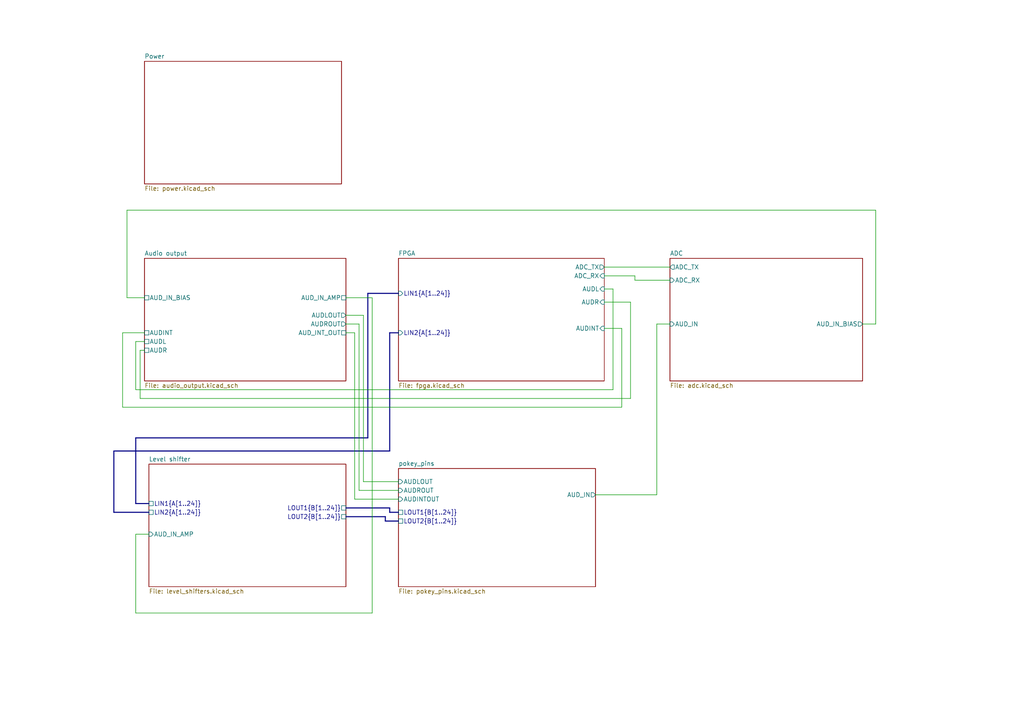
<source format=kicad_sch>
(kicad_sch
	(version 20250114)
	(generator "eeschema")
	(generator_version "9.0")
	(uuid "f8f92944-710a-49a0-a698-f840e5f20e15")
	(paper "A4")
	(lib_symbols)
	(bus
		(pts
			(xy 100.33 147.32) (xy 113.03 147.32)
		)
		(stroke
			(width 0)
			(type default)
		)
		(uuid "048a77c5-e8ed-4480-a30c-0c120e4d2812")
	)
	(wire
		(pts
			(xy 36.83 60.96) (xy 36.83 86.36)
		)
		(stroke
			(width 0)
			(type default)
		)
		(uuid "05183310-0c83-46fd-9d85-f2696bb32461")
	)
	(wire
		(pts
			(xy 35.56 118.11) (xy 180.34 118.11)
		)
		(stroke
			(width 0)
			(type default)
		)
		(uuid "054503a3-5423-4a34-a505-b789d42eed42")
	)
	(bus
		(pts
			(xy 113.03 148.59) (xy 115.57 148.59)
		)
		(stroke
			(width 0)
			(type default)
		)
		(uuid "0576c43a-ee90-4629-8703-934ea66d45bd")
	)
	(wire
		(pts
			(xy 177.8 83.82) (xy 175.26 83.82)
		)
		(stroke
			(width 0)
			(type default)
		)
		(uuid "09c3f121-adfa-4c44-b2e6-3933a8fd18fe")
	)
	(bus
		(pts
			(xy 33.02 130.81) (xy 33.02 148.59)
		)
		(stroke
			(width 0)
			(type default)
		)
		(uuid "0b232ae4-2879-43e1-9c23-f568996e2f37")
	)
	(wire
		(pts
			(xy 102.87 96.52) (xy 102.87 144.78)
		)
		(stroke
			(width 0)
			(type default)
		)
		(uuid "12346169-f42b-44bc-956d-dc9cc5b58e92")
	)
	(wire
		(pts
			(xy 41.91 101.6) (xy 40.64 101.6)
		)
		(stroke
			(width 0)
			(type default)
		)
		(uuid "12dfdd2f-9635-4bb6-91d9-cbebe6d4ed1e")
	)
	(wire
		(pts
			(xy 194.31 81.28) (xy 184.15 81.28)
		)
		(stroke
			(width 0)
			(type default)
		)
		(uuid "17684b34-5a94-43c3-9140-dd8cef8defb8")
	)
	(wire
		(pts
			(xy 105.41 91.44) (xy 105.41 139.7)
		)
		(stroke
			(width 0)
			(type default)
		)
		(uuid "17f409c3-81b8-4558-905a-9d16ac4f507e")
	)
	(bus
		(pts
			(xy 113.03 130.81) (xy 33.02 130.81)
		)
		(stroke
			(width 0)
			(type default)
		)
		(uuid "1eeed254-63b3-401a-aec1-b731c871d5c8")
	)
	(wire
		(pts
			(xy 184.15 80.01) (xy 175.26 80.01)
		)
		(stroke
			(width 0)
			(type default)
		)
		(uuid "1efe8499-b084-425e-88e4-adda841529c8")
	)
	(wire
		(pts
			(xy 39.37 154.94) (xy 43.18 154.94)
		)
		(stroke
			(width 0)
			(type default)
		)
		(uuid "275d59ac-add3-44f5-bdc6-d7c66b6626da")
	)
	(wire
		(pts
			(xy 250.19 93.98) (xy 254 93.98)
		)
		(stroke
			(width 0)
			(type default)
		)
		(uuid "416408c8-aa98-4fb4-bb09-880dc193cc14")
	)
	(bus
		(pts
			(xy 115.57 96.52) (xy 113.03 96.52)
		)
		(stroke
			(width 0)
			(type default)
		)
		(uuid "42714638-754a-425d-9546-f91c7ea792bb")
	)
	(wire
		(pts
			(xy 190.5 93.98) (xy 194.31 93.98)
		)
		(stroke
			(width 0)
			(type default)
		)
		(uuid "4346cfe9-c4fe-4e94-8bed-69f5b007075f")
	)
	(wire
		(pts
			(xy 100.33 91.44) (xy 105.41 91.44)
		)
		(stroke
			(width 0)
			(type default)
		)
		(uuid "4a8970bf-c5ca-43f1-9933-5a284272b1fa")
	)
	(bus
		(pts
			(xy 111.76 151.13) (xy 115.57 151.13)
		)
		(stroke
			(width 0)
			(type default)
		)
		(uuid "50027edf-0b19-4428-b729-9b0eef0736ff")
	)
	(bus
		(pts
			(xy 39.37 127) (xy 106.68 127)
		)
		(stroke
			(width 0)
			(type default)
		)
		(uuid "52af45ff-b3f0-48e5-b53d-361f74883509")
	)
	(wire
		(pts
			(xy 41.91 99.06) (xy 39.37 99.06)
		)
		(stroke
			(width 0)
			(type default)
		)
		(uuid "53180a51-9ae7-44fa-9a76-25c61382b794")
	)
	(wire
		(pts
			(xy 36.83 86.36) (xy 41.91 86.36)
		)
		(stroke
			(width 0)
			(type default)
		)
		(uuid "533db77b-ab8a-4257-82d8-b9620a927c41")
	)
	(wire
		(pts
			(xy 172.72 143.51) (xy 190.5 143.51)
		)
		(stroke
			(width 0)
			(type default)
		)
		(uuid "583bf8d5-ecaa-4792-b2c0-ef3b01344dce")
	)
	(wire
		(pts
			(xy 175.26 77.47) (xy 194.31 77.47)
		)
		(stroke
			(width 0)
			(type default)
		)
		(uuid "59f4e80b-4b9c-4c6f-aa73-adfaad1ed268")
	)
	(bus
		(pts
			(xy 43.18 146.05) (xy 39.37 146.05)
		)
		(stroke
			(width 0)
			(type default)
		)
		(uuid "615d337c-55a4-40c8-85ba-a8aa0119f28b")
	)
	(bus
		(pts
			(xy 39.37 146.05) (xy 39.37 127)
		)
		(stroke
			(width 0)
			(type default)
		)
		(uuid "640f65c7-0668-4c02-9f56-ccb837dbaedf")
	)
	(wire
		(pts
			(xy 182.88 115.57) (xy 182.88 87.63)
		)
		(stroke
			(width 0)
			(type default)
		)
		(uuid "65be932c-0a78-4f74-bdcb-eec120c473c0")
	)
	(wire
		(pts
			(xy 36.83 60.96) (xy 254 60.96)
		)
		(stroke
			(width 0)
			(type default)
		)
		(uuid "6cff0d2a-cef6-4783-a7d7-662908638a59")
	)
	(wire
		(pts
			(xy 182.88 87.63) (xy 175.26 87.63)
		)
		(stroke
			(width 0)
			(type default)
		)
		(uuid "6d3f9a05-28ad-4aea-8902-b0c2de2ff9dd")
	)
	(wire
		(pts
			(xy 190.5 143.51) (xy 190.5 93.98)
		)
		(stroke
			(width 0)
			(type default)
		)
		(uuid "723c9916-e4aa-41af-9e13-a1260a3129ae")
	)
	(bus
		(pts
			(xy 111.76 149.86) (xy 111.76 151.13)
		)
		(stroke
			(width 0)
			(type default)
		)
		(uuid "7b536b9c-173f-4548-a27d-f05b5c98dc03")
	)
	(wire
		(pts
			(xy 107.95 177.8) (xy 39.37 177.8)
		)
		(stroke
			(width 0)
			(type default)
		)
		(uuid "8682e238-eb07-4d4b-9f6c-1e96831bb475")
	)
	(wire
		(pts
			(xy 104.14 142.24) (xy 115.57 142.24)
		)
		(stroke
			(width 0)
			(type default)
		)
		(uuid "8e973481-1687-4ea5-b5f1-7d23e5d76bc3")
	)
	(wire
		(pts
			(xy 180.34 95.25) (xy 175.26 95.25)
		)
		(stroke
			(width 0)
			(type default)
		)
		(uuid "8ff809e9-c002-45e8-8b5f-0eaab4b1f0a1")
	)
	(bus
		(pts
			(xy 106.68 85.09) (xy 115.57 85.09)
		)
		(stroke
			(width 0)
			(type default)
		)
		(uuid "910187bd-727e-40f1-a513-e70eb745450d")
	)
	(wire
		(pts
			(xy 40.64 101.6) (xy 40.64 115.57)
		)
		(stroke
			(width 0)
			(type default)
		)
		(uuid "911b78b9-f94d-440c-9d87-cb1d66594008")
	)
	(wire
		(pts
			(xy 39.37 113.03) (xy 177.8 113.03)
		)
		(stroke
			(width 0)
			(type default)
		)
		(uuid "94d151d3-9f04-4205-9235-09c7a0884527")
	)
	(bus
		(pts
			(xy 33.02 148.59) (xy 43.18 148.59)
		)
		(stroke
			(width 0)
			(type default)
		)
		(uuid "994f87d2-fb47-4cad-82e5-0189ef2f9fa2")
	)
	(wire
		(pts
			(xy 177.8 113.03) (xy 177.8 83.82)
		)
		(stroke
			(width 0)
			(type default)
		)
		(uuid "9995a6b9-44f8-4ebb-aa87-ad31b73694f3")
	)
	(wire
		(pts
			(xy 39.37 177.8) (xy 39.37 154.94)
		)
		(stroke
			(width 0)
			(type default)
		)
		(uuid "aa1428eb-1a38-4ea6-9290-c505a806569d")
	)
	(wire
		(pts
			(xy 104.14 93.98) (xy 104.14 142.24)
		)
		(stroke
			(width 0)
			(type default)
		)
		(uuid "b4eb04fc-3e1a-417c-8e8f-8d7e26c444a9")
	)
	(wire
		(pts
			(xy 105.41 139.7) (xy 115.57 139.7)
		)
		(stroke
			(width 0)
			(type default)
		)
		(uuid "b7348175-026b-4ee5-88c9-77b0eab9e008")
	)
	(wire
		(pts
			(xy 180.34 118.11) (xy 180.34 95.25)
		)
		(stroke
			(width 0)
			(type default)
		)
		(uuid "bbf21d1a-0f17-494e-b65b-e15d94587a58")
	)
	(bus
		(pts
			(xy 113.03 96.52) (xy 113.03 130.81)
		)
		(stroke
			(width 0)
			(type default)
		)
		(uuid "c1deb47a-220f-44af-a0b8-1e1d4faac097")
	)
	(wire
		(pts
			(xy 40.64 115.57) (xy 182.88 115.57)
		)
		(stroke
			(width 0)
			(type default)
		)
		(uuid "c59992f3-c22d-4a04-bcd7-be5ed785514f")
	)
	(wire
		(pts
			(xy 39.37 99.06) (xy 39.37 113.03)
		)
		(stroke
			(width 0)
			(type default)
		)
		(uuid "c94f79de-bfe5-4e00-868f-1c3d6f5f755b")
	)
	(wire
		(pts
			(xy 35.56 96.52) (xy 35.56 118.11)
		)
		(stroke
			(width 0)
			(type default)
		)
		(uuid "ccd311f9-8a1b-452f-aa57-2e75d6a5e229")
	)
	(bus
		(pts
			(xy 100.33 149.86) (xy 111.76 149.86)
		)
		(stroke
			(width 0)
			(type default)
		)
		(uuid "cdbbb607-bdb4-496e-bc03-e1a67834e40b")
	)
	(wire
		(pts
			(xy 107.95 86.36) (xy 107.95 177.8)
		)
		(stroke
			(width 0)
			(type default)
		)
		(uuid "d0d95041-604d-43f1-b3ca-f4805c16b0c3")
	)
	(wire
		(pts
			(xy 41.91 96.52) (xy 35.56 96.52)
		)
		(stroke
			(width 0)
			(type default)
		)
		(uuid "d3610b34-285b-4f6f-bba1-ec2ec84b656c")
	)
	(bus
		(pts
			(xy 106.68 127) (xy 106.68 85.09)
		)
		(stroke
			(width 0)
			(type default)
		)
		(uuid "d3ba9c01-e75a-4692-bf49-0efea6a251e7")
	)
	(wire
		(pts
			(xy 100.33 93.98) (xy 104.14 93.98)
		)
		(stroke
			(width 0)
			(type default)
		)
		(uuid "de2df221-e145-44e6-ae04-c23b1301bb04")
	)
	(wire
		(pts
			(xy 102.87 144.78) (xy 115.57 144.78)
		)
		(stroke
			(width 0)
			(type default)
		)
		(uuid "e0c0ebee-23ee-42b5-8971-4db0c226e695")
	)
	(wire
		(pts
			(xy 100.33 96.52) (xy 102.87 96.52)
		)
		(stroke
			(width 0)
			(type default)
		)
		(uuid "e28c0d98-78fc-4eb2-903c-d0cef0e18bf5")
	)
	(wire
		(pts
			(xy 100.33 86.36) (xy 107.95 86.36)
		)
		(stroke
			(width 0)
			(type default)
		)
		(uuid "e4086247-2b3b-4bd8-ad52-9f32a6cf1386")
	)
	(bus
		(pts
			(xy 113.03 147.32) (xy 113.03 148.59)
		)
		(stroke
			(width 0)
			(type default)
		)
		(uuid "f0fe8825-f867-48cb-9854-a0948ca02d09")
	)
	(wire
		(pts
			(xy 254 93.98) (xy 254 60.96)
		)
		(stroke
			(width 0)
			(type default)
		)
		(uuid "fd63bd3c-b2b0-4856-aac3-67a119860560")
	)
	(wire
		(pts
			(xy 184.15 81.28) (xy 184.15 80.01)
		)
		(stroke
			(width 0)
			(type default)
		)
		(uuid "fe30f62f-25fc-4e19-b382-6ee746cd639a")
	)
	(sheet
		(at 194.31 74.93)
		(size 55.88 35.56)
		(exclude_from_sim no)
		(in_bom yes)
		(on_board yes)
		(dnp no)
		(fields_autoplaced yes)
		(stroke
			(width 0.1524)
			(type solid)
		)
		(fill
			(color 0 0 0 0.0000)
		)
		(uuid "1dc50d40-2acd-4c26-808b-1819716fc764")
		(property "Sheetname" "ADC"
			(at 194.31 74.2184 0)
			(effects
				(font
					(size 1.27 1.27)
				)
				(justify left bottom)
			)
		)
		(property "Sheetfile" "adc.kicad_sch"
			(at 194.31 111.0746 0)
			(effects
				(font
					(size 1.27 1.27)
				)
				(justify left top)
			)
		)
		(pin "ADC_RX" input
			(at 194.31 81.28 180)
			(uuid "a391e5b6-e8e9-4a91-8c2e-9098209d5ec4")
			(effects
				(font
					(size 1.27 1.27)
				)
				(justify left)
			)
		)
		(pin "ADC_TX" output
			(at 194.31 77.47 180)
			(uuid "8d450a85-02d3-4535-91c3-1e32f4e55c90")
			(effects
				(font
					(size 1.27 1.27)
				)
				(justify left)
			)
		)
		(pin "AUD_IN_BIAS" output
			(at 250.19 93.98 0)
			(uuid "f992584f-4854-460d-8089-55a19cb0fcb4")
			(effects
				(font
					(size 1.27 1.27)
				)
				(justify right)
			)
		)
		(pin "AUD_IN" input
			(at 194.31 93.98 180)
			(uuid "6c742561-598f-4e64-ad1a-d57abc0c27bd")
			(effects
				(font
					(size 1.27 1.27)
				)
				(justify left)
			)
		)
		(instances
			(project "pokeymax4_5"
				(path "/f8f92944-710a-49a0-a698-f840e5f20e15"
					(page "6")
				)
			)
		)
	)
	(sheet
		(at 115.57 135.89)
		(size 57.15 34.29)
		(exclude_from_sim no)
		(in_bom yes)
		(on_board yes)
		(dnp no)
		(fields_autoplaced yes)
		(stroke
			(width 0.1524)
			(type solid)
		)
		(fill
			(color 0 0 0 0.0000)
		)
		(uuid "473fb442-f6a6-4f3e-b077-9a313beb11d5")
		(property "Sheetname" "pokey_pins"
			(at 115.57 135.1784 0)
			(effects
				(font
					(size 1.27 1.27)
				)
				(justify left bottom)
			)
		)
		(property "Sheetfile" "pokey_pins.kicad_sch"
			(at 115.57 170.7646 0)
			(effects
				(font
					(size 1.27 1.27)
				)
				(justify left top)
			)
		)
		(pin "AUDROUT" input
			(at 115.57 142.24 180)
			(uuid "0baf10a3-7dd7-4402-87c6-e3382d81bcad")
			(effects
				(font
					(size 1.27 1.27)
				)
				(justify left)
			)
		)
		(pin "AUDLOUT" input
			(at 115.57 139.7 180)
			(uuid "3458cd39-2859-4e40-a9fa-a2746c00dac6")
			(effects
				(font
					(size 1.27 1.27)
				)
				(justify left)
			)
		)
		(pin "AUDINTOUT" input
			(at 115.57 144.78 180)
			(uuid "158a2f95-6873-4a5e-b629-78af387aa6d3")
			(effects
				(font
					(size 1.27 1.27)
				)
				(justify left)
			)
		)
		(pin "AUD_IN" output
			(at 172.72 143.51 0)
			(uuid "fd04647e-fd60-46db-bf91-8bec2dd151a2")
			(effects
				(font
					(size 1.27 1.27)
				)
				(justify right)
			)
		)
		(pin "LOUT1{B[1..24]}" passive
			(at 115.57 148.59 180)
			(uuid "97c1a255-cf58-4e74-b57f-b28ab8babaa6")
			(effects
				(font
					(size 1.27 1.27)
				)
				(justify left)
			)
		)
		(pin "LOUT2{B[1..24]}" passive
			(at 115.57 151.13 180)
			(uuid "a12e9e9b-161c-47ac-8c53-4bf4f2a4f234")
			(effects
				(font
					(size 1.27 1.27)
				)
				(justify left)
			)
		)
		(instances
			(project "pokeymax4_5"
				(path "/f8f92944-710a-49a0-a698-f840e5f20e15"
					(page "7")
				)
			)
		)
	)
	(sheet
		(at 41.91 74.93)
		(size 58.42 35.56)
		(exclude_from_sim no)
		(in_bom yes)
		(on_board yes)
		(dnp no)
		(fields_autoplaced yes)
		(stroke
			(width 0.1524)
			(type solid)
		)
		(fill
			(color 0 0 0 0.0000)
		)
		(uuid "82ba8f9b-a44c-4965-afdf-636054a8ceef")
		(property "Sheetname" "Audio output"
			(at 41.91 74.2184 0)
			(effects
				(font
					(size 1.27 1.27)
				)
				(justify left bottom)
			)
		)
		(property "Sheetfile" "audio_output.kicad_sch"
			(at 41.91 111.0746 0)
			(effects
				(font
					(size 1.27 1.27)
				)
				(justify left top)
			)
		)
		(pin "AUD_IN_AMP" passive
			(at 100.33 86.36 0)
			(uuid "71ffe1d4-959f-48c7-87d5-31912c0ad900")
			(effects
				(font
					(size 1.27 1.27)
				)
				(justify right)
			)
		)
		(pin "AUD_IN_BIAS" passive
			(at 41.91 86.36 180)
			(uuid "638881c0-2a7c-451f-acdc-7fb539775b71")
			(effects
				(font
					(size 1.27 1.27)
				)
				(justify left)
			)
		)
		(pin "AUD_INT_OUT" passive
			(at 100.33 96.52 0)
			(uuid "e1d1fc6b-3e88-424a-8d27-263f7ca9cdda")
			(effects
				(font
					(size 1.27 1.27)
				)
				(justify right)
			)
		)
		(pin "AUDINT" passive
			(at 41.91 96.52 180)
			(uuid "01f92669-8aa8-4ba2-a061-d6fb25fb4b0d")
			(effects
				(font
					(size 1.27 1.27)
				)
				(justify left)
			)
		)
		(pin "AUDL" passive
			(at 41.91 99.06 180)
			(uuid "a8c7f2c9-87d1-40e1-88d4-0c1154003863")
			(effects
				(font
					(size 1.27 1.27)
				)
				(justify left)
			)
		)
		(pin "AUDR" passive
			(at 41.91 101.6 180)
			(uuid "f869a2a8-4854-4f64-a20d-ac7c8d556d04")
			(effects
				(font
					(size 1.27 1.27)
				)
				(justify left)
			)
		)
		(pin "AUDLOUT" output
			(at 100.33 91.44 0)
			(uuid "a45d87bc-c2b6-4087-9ebf-e29fce3dada6")
			(effects
				(font
					(size 1.27 1.27)
				)
				(justify right)
			)
		)
		(pin "AUDROUT" output
			(at 100.33 93.98 0)
			(uuid "331d8adc-0921-4d85-b0b4-d6845cdda33a")
			(effects
				(font
					(size 1.27 1.27)
				)
				(justify right)
			)
		)
		(instances
			(project "pokeymax4_5"
				(path "/f8f92944-710a-49a0-a698-f840e5f20e15"
					(page "3")
				)
			)
		)
	)
	(sheet
		(at 43.18 134.62)
		(size 57.15 35.56)
		(exclude_from_sim no)
		(in_bom yes)
		(on_board yes)
		(dnp no)
		(fields_autoplaced yes)
		(stroke
			(width 0.1524)
			(type solid)
		)
		(fill
			(color 0 0 0 0.0000)
		)
		(uuid "9960f3de-f40f-4029-80a8-5406de02e1f2")
		(property "Sheetname" "Level shifter"
			(at 43.18 133.9084 0)
			(effects
				(font
					(size 1.27 1.27)
				)
				(justify left bottom)
			)
		)
		(property "Sheetfile" "level_shifters.kicad_sch"
			(at 43.18 170.7646 0)
			(effects
				(font
					(size 1.27 1.27)
				)
				(justify left top)
			)
		)
		(pin "LIN1{A[1..24]}" passive
			(at 43.18 146.05 180)
			(uuid "4863350b-87ad-4237-b2d3-1f47050734ca")
			(effects
				(font
					(size 1.27 1.27)
				)
				(justify left)
			)
		)
		(pin "LIN2{A[1..24]}" passive
			(at 43.18 148.59 180)
			(uuid "c694a77f-bfd6-43ba-8530-cf10d8b47a48")
			(effects
				(font
					(size 1.27 1.27)
				)
				(justify left)
			)
		)
		(pin "LOUT2{B[1..24]}" passive
			(at 100.33 149.86 0)
			(uuid "38a2aa7c-373b-4894-81e5-1447f6223709")
			(effects
				(font
					(size 1.27 1.27)
				)
				(justify right)
			)
		)
		(pin "LOUT1{B[1..24]}" passive
			(at 100.33 147.32 0)
			(uuid "46864533-0ef5-440b-b516-d70e8e046f8d")
			(effects
				(font
					(size 1.27 1.27)
				)
				(justify right)
			)
		)
		(pin "AUD_IN_AMP" input
			(at 43.18 154.94 180)
			(uuid "80a20e64-8e40-4325-8d32-537b18efc15d")
			(effects
				(font
					(size 1.27 1.27)
				)
				(justify left)
			)
		)
		(instances
			(project "pokeymax4_5"
				(path "/f8f92944-710a-49a0-a698-f840e5f20e15"
					(page "2")
				)
			)
		)
	)
	(sheet
		(at 41.91 17.78)
		(size 57.15 35.56)
		(exclude_from_sim no)
		(in_bom yes)
		(on_board yes)
		(dnp no)
		(fields_autoplaced yes)
		(stroke
			(width 0.1524)
			(type solid)
		)
		(fill
			(color 0 0 0 0.0000)
		)
		(uuid "b3c63cf3-5aec-4ac7-b511-941f39b58d95")
		(property "Sheetname" "Power"
			(at 41.91 17.0684 0)
			(effects
				(font
					(size 1.27 1.27)
				)
				(justify left bottom)
			)
		)
		(property "Sheetfile" "power.kicad_sch"
			(at 41.91 53.9246 0)
			(effects
				(font
					(size 1.27 1.27)
				)
				(justify left top)
			)
		)
		(instances
			(project "pokeymax4_5"
				(path "/f8f92944-710a-49a0-a698-f840e5f20e15"
					(page "5")
				)
			)
		)
	)
	(sheet
		(at 115.57 74.93)
		(size 59.69 35.56)
		(exclude_from_sim no)
		(in_bom yes)
		(on_board yes)
		(dnp no)
		(fields_autoplaced yes)
		(stroke
			(width 0.1524)
			(type solid)
		)
		(fill
			(color 0 0 0 0.0000)
		)
		(uuid "ca19021e-142b-41f4-aacf-17c21d0aabf5")
		(property "Sheetname" "FPGA"
			(at 115.57 74.2184 0)
			(effects
				(font
					(size 1.27 1.27)
				)
				(justify left bottom)
			)
		)
		(property "Sheetfile" "fpga.kicad_sch"
			(at 115.57 111.0746 0)
			(effects
				(font
					(size 1.27 1.27)
				)
				(justify left top)
			)
		)
		(pin "LIN1{A[1..24]}" input
			(at 115.57 85.09 180)
			(uuid "0d13bf09-5304-4bf3-a30a-bb4f284ac798")
			(effects
				(font
					(size 1.27 1.27)
				)
				(justify left)
			)
		)
		(pin "LIN2{A[1..24]}" input
			(at 115.57 96.52 180)
			(uuid "cfa2f428-50c0-4816-a359-9af2a113da48")
			(effects
				(font
					(size 1.27 1.27)
				)
				(justify left)
			)
		)
		(pin "AUDR" input
			(at 175.26 87.63 0)
			(uuid "98cb4dba-7697-4988-a22e-7c578691f9e1")
			(effects
				(font
					(size 1.27 1.27)
				)
				(justify right)
			)
		)
		(pin "AUDL" input
			(at 175.26 83.82 0)
			(uuid "774cfe38-782d-4899-a907-5aca0c5c26dc")
			(effects
				(font
					(size 1.27 1.27)
				)
				(justify right)
			)
		)
		(pin "AUDINT" input
			(at 175.26 95.25 0)
			(uuid "69c3a79d-332e-4a1c-b0c4-d96238a7071c")
			(effects
				(font
					(size 1.27 1.27)
				)
				(justify right)
			)
		)
		(pin "ADC_RX" input
			(at 175.26 80.01 0)
			(uuid "a7ba560a-3e18-4ba0-918f-ef7a9d0b433b")
			(effects
				(font
					(size 1.27 1.27)
				)
				(justify right)
			)
		)
		(pin "ADC_TX" output
			(at 175.26 77.47 0)
			(uuid "6d14292e-3815-49b5-8a06-403d022ff295")
			(effects
				(font
					(size 1.27 1.27)
				)
				(justify right)
			)
		)
		(instances
			(project "pokeymax4_5"
				(path "/f8f92944-710a-49a0-a698-f840e5f20e15"
					(page "4")
				)
			)
		)
	)
	(sheet_instances
		(path "/"
			(page "1")
		)
	)
	(embedded_fonts no)
)

</source>
